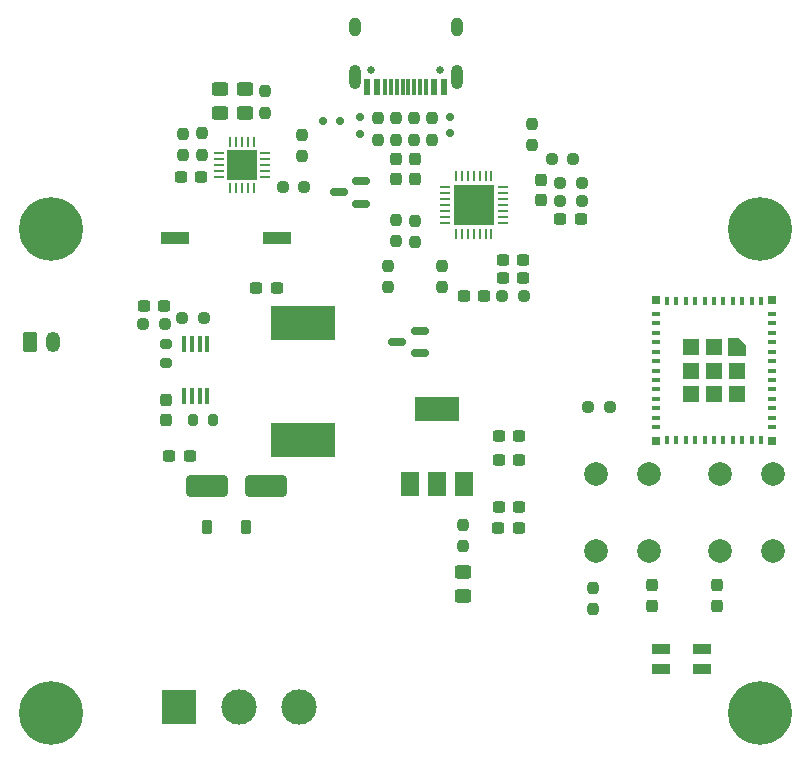
<source format=gbr>
%TF.GenerationSoftware,KiCad,Pcbnew,7.0.5*%
%TF.CreationDate,2023-06-06T12:25:19+02:00*%
%TF.ProjectId,biosensor,62696f73-656e-4736-9f72-2e6b69636164,rev?*%
%TF.SameCoordinates,Original*%
%TF.FileFunction,Soldermask,Top*%
%TF.FilePolarity,Negative*%
%FSLAX46Y46*%
G04 Gerber Fmt 4.6, Leading zero omitted, Abs format (unit mm)*
G04 Created by KiCad (PCBNEW 7.0.5) date 2023-06-06 12:25:19*
%MOMM*%
%LPD*%
G01*
G04 APERTURE LIST*
G04 Aperture macros list*
%AMRoundRect*
0 Rectangle with rounded corners*
0 $1 Rounding radius*
0 $2 $3 $4 $5 $6 $7 $8 $9 X,Y pos of 4 corners*
0 Add a 4 corners polygon primitive as box body*
4,1,4,$2,$3,$4,$5,$6,$7,$8,$9,$2,$3,0*
0 Add four circle primitives for the rounded corners*
1,1,$1+$1,$2,$3*
1,1,$1+$1,$4,$5*
1,1,$1+$1,$6,$7*
1,1,$1+$1,$8,$9*
0 Add four rect primitives between the rounded corners*
20,1,$1+$1,$2,$3,$4,$5,0*
20,1,$1+$1,$4,$5,$6,$7,0*
20,1,$1+$1,$6,$7,$8,$9,0*
20,1,$1+$1,$8,$9,$2,$3,0*%
%AMFreePoly0*
4,1,6,0.725000,-0.725000,-0.725000,-0.725000,-0.725000,0.125000,-0.125000,0.725000,0.725000,0.725000,0.725000,-0.725000,0.725000,-0.725000,$1*%
G04 Aperture macros list end*
%ADD10RoundRect,0.237500X0.300000X0.237500X-0.300000X0.237500X-0.300000X-0.237500X0.300000X-0.237500X0*%
%ADD11RoundRect,0.237500X0.237500X-0.250000X0.237500X0.250000X-0.237500X0.250000X-0.237500X-0.250000X0*%
%ADD12RoundRect,0.062500X0.062500X-0.337500X0.062500X0.337500X-0.062500X0.337500X-0.062500X-0.337500X0*%
%ADD13RoundRect,0.062500X0.337500X-0.062500X0.337500X0.062500X-0.337500X0.062500X-0.337500X-0.062500X0*%
%ADD14R,3.350000X3.350000*%
%ADD15RoundRect,0.237500X-0.237500X0.250000X-0.237500X-0.250000X0.237500X-0.250000X0.237500X0.250000X0*%
%ADD16R,1.600000X0.850000*%
%ADD17R,2.440000X1.120000*%
%ADD18RoundRect,0.250000X0.450000X-0.325000X0.450000X0.325000X-0.450000X0.325000X-0.450000X-0.325000X0*%
%ADD19RoundRect,0.237500X-0.237500X0.300000X-0.237500X-0.300000X0.237500X-0.300000X0.237500X0.300000X0*%
%ADD20R,0.400000X0.800000*%
%ADD21R,0.800000X0.400000*%
%ADD22FreePoly0,270.000000*%
%ADD23R,1.450000X1.450000*%
%ADD24R,0.700000X0.700000*%
%ADD25RoundRect,0.237500X0.237500X-0.300000X0.237500X0.300000X-0.237500X0.300000X-0.237500X-0.300000X0*%
%ADD26R,0.450000X1.450000*%
%ADD27RoundRect,0.237500X0.250000X0.237500X-0.250000X0.237500X-0.250000X-0.237500X0.250000X-0.237500X0*%
%ADD28RoundRect,0.150000X0.587500X0.150000X-0.587500X0.150000X-0.587500X-0.150000X0.587500X-0.150000X0*%
%ADD29RoundRect,0.237500X-0.250000X-0.237500X0.250000X-0.237500X0.250000X0.237500X-0.250000X0.237500X0*%
%ADD30C,0.800000*%
%ADD31C,5.400000*%
%ADD32R,5.400000X2.900000*%
%ADD33RoundRect,0.200000X0.200000X0.275000X-0.200000X0.275000X-0.200000X-0.275000X0.200000X-0.275000X0*%
%ADD34C,2.000000*%
%ADD35RoundRect,0.062500X0.350000X0.062500X-0.350000X0.062500X-0.350000X-0.062500X0.350000X-0.062500X0*%
%ADD36RoundRect,0.062500X0.062500X0.350000X-0.062500X0.350000X-0.062500X-0.350000X0.062500X-0.350000X0*%
%ADD37R,2.500000X2.500000*%
%ADD38RoundRect,0.225000X0.225000X0.375000X-0.225000X0.375000X-0.225000X-0.375000X0.225000X-0.375000X0*%
%ADD39RoundRect,0.250000X-0.350000X-0.625000X0.350000X-0.625000X0.350000X0.625000X-0.350000X0.625000X0*%
%ADD40O,1.200000X1.750000*%
%ADD41R,1.500000X2.000000*%
%ADD42R,3.800000X2.000000*%
%ADD43RoundRect,0.250000X-1.500000X-0.650000X1.500000X-0.650000X1.500000X0.650000X-1.500000X0.650000X0*%
%ADD44RoundRect,0.237500X-0.300000X-0.237500X0.300000X-0.237500X0.300000X0.237500X-0.300000X0.237500X0*%
%ADD45RoundRect,0.200000X0.275000X-0.200000X0.275000X0.200000X-0.275000X0.200000X-0.275000X-0.200000X0*%
%ADD46RoundRect,0.150000X-0.200000X0.150000X-0.200000X-0.150000X0.200000X-0.150000X0.200000X0.150000X0*%
%ADD47R,3.000000X3.000000*%
%ADD48C,3.000000*%
%ADD49C,0.650000*%
%ADD50R,0.600000X1.450000*%
%ADD51R,0.300000X1.450000*%
%ADD52O,1.000000X2.100000*%
%ADD53O,1.000000X1.600000*%
%ADD54RoundRect,0.150000X0.150000X0.200000X-0.150000X0.200000X-0.150000X-0.200000X0.150000X-0.200000X0*%
G04 APERTURE END LIST*
D10*
%TO.C,C8*%
X149600989Y-89620800D03*
X147875989Y-89620800D03*
%TD*%
D11*
%TO.C,R3*%
X130853050Y-80798500D03*
X130853050Y-78973500D03*
%TD*%
D12*
%TO.C,U4*%
X143896989Y-87382800D03*
X144396989Y-87382800D03*
X144896989Y-87382800D03*
X145396989Y-87382800D03*
X145896989Y-87382800D03*
X146396989Y-87382800D03*
X146896989Y-87382800D03*
D13*
X147846989Y-86432800D03*
X147846989Y-85932800D03*
X147846989Y-85432800D03*
X147846989Y-84932800D03*
X147846989Y-84432800D03*
X147846989Y-83932800D03*
X147846989Y-83432800D03*
D12*
X146896989Y-82482800D03*
X146396989Y-82482800D03*
X145896989Y-82482800D03*
X145396989Y-82482800D03*
X144896989Y-82482800D03*
X144396989Y-82482800D03*
X143896989Y-82482800D03*
D13*
X142946989Y-83432800D03*
X142946989Y-83932800D03*
X142946989Y-84432800D03*
X142946989Y-84932800D03*
X142946989Y-85432800D03*
X142946989Y-85932800D03*
X142946989Y-86432800D03*
D14*
X145396989Y-84932800D03*
%TD*%
D15*
%TO.C,R16*%
X138800000Y-86187500D03*
X138800000Y-88012500D03*
%TD*%
D16*
%TO.C,D7*%
X164750000Y-124250000D03*
X164750000Y-122500000D03*
X161250000Y-122500000D03*
X161250000Y-124250000D03*
%TD*%
D17*
%TO.C,SW1*%
X128712039Y-87751000D03*
X120102039Y-87751000D03*
%TD*%
D18*
%TO.C,D2*%
X123893450Y-77149900D03*
X123893450Y-75099900D03*
%TD*%
D11*
%TO.C,R8*%
X122359550Y-80687000D03*
X122359550Y-78862000D03*
%TD*%
D15*
%TO.C,R23*%
X155500000Y-117337500D03*
X155500000Y-119162500D03*
%TD*%
D19*
%TO.C,C6*%
X138848000Y-81047500D03*
X138848000Y-82772500D03*
%TD*%
D15*
%TO.C,R7*%
X138848000Y-77595800D03*
X138848000Y-79420800D03*
%TD*%
D20*
%TO.C,U3*%
X169740000Y-93060000D03*
X168940000Y-93060000D03*
X168140000Y-93060000D03*
X167340000Y-93060000D03*
X166540000Y-93060000D03*
X165740000Y-93060000D03*
X164940000Y-93060000D03*
X164140000Y-93060000D03*
X163340000Y-93060000D03*
X162540000Y-93060000D03*
X161740000Y-93060000D03*
D21*
X160840000Y-94160000D03*
X160840000Y-94960000D03*
X160840000Y-95760000D03*
X160840000Y-96560000D03*
X160840000Y-97360000D03*
X160840000Y-98160000D03*
X160840000Y-98960000D03*
X160840000Y-99760000D03*
X160840000Y-100560000D03*
X160840000Y-101360000D03*
X160840000Y-102160000D03*
X160840000Y-102960000D03*
X160840000Y-103760000D03*
D20*
X161740000Y-104860000D03*
X162540000Y-104860000D03*
X163340000Y-104860000D03*
X164140000Y-104860000D03*
X164940000Y-104860000D03*
X165740000Y-104860000D03*
X166540000Y-104860000D03*
X167340000Y-104860000D03*
X168140000Y-104860000D03*
X168940000Y-104860000D03*
X169740000Y-104860000D03*
D21*
X170640000Y-103760000D03*
X170640000Y-102960000D03*
X170640000Y-102160000D03*
X170640000Y-101360000D03*
X170640000Y-100560000D03*
X170640000Y-99760000D03*
X170640000Y-98960000D03*
X170640000Y-98160000D03*
X170640000Y-97360000D03*
X170640000Y-96560000D03*
X170640000Y-95760000D03*
X170640000Y-94960000D03*
X170640000Y-94160000D03*
D22*
X167715000Y-96985000D03*
D23*
X165740000Y-96985000D03*
X163765000Y-96985000D03*
X167715000Y-98960000D03*
X165740000Y-98960000D03*
X163765000Y-98960000D03*
X167715000Y-100935000D03*
X165740000Y-100935000D03*
X163765000Y-100935000D03*
D24*
X170690000Y-104910000D03*
X160790000Y-104910000D03*
X160790000Y-93010000D03*
X170690000Y-93010000D03*
%TD*%
D15*
%TO.C,R9*%
X140372000Y-77593900D03*
X140372000Y-79418900D03*
%TD*%
D25*
%TO.C,C12*%
X151124989Y-84525300D03*
X151124989Y-82800300D03*
%TD*%
D15*
%TO.C,TH1*%
X127700000Y-75287500D03*
X127700000Y-77112500D03*
%TD*%
D26*
%TO.C,U1*%
X122836539Y-96670500D03*
X122186539Y-96670500D03*
X121536539Y-96670500D03*
X120886539Y-96670500D03*
X120886539Y-101070500D03*
X121536539Y-101070500D03*
X122186539Y-101070500D03*
X122836539Y-101070500D03*
%TD*%
D15*
%TO.C,R10*%
X141896000Y-77593900D03*
X141896000Y-79418900D03*
%TD*%
%TO.C,R17*%
X142712989Y-90062300D03*
X142712989Y-91887300D03*
%TD*%
D27*
%TO.C,R14*%
X153815489Y-81019300D03*
X151990489Y-81019300D03*
%TD*%
D28*
%TO.C,Q2*%
X135850489Y-84824800D03*
X135850489Y-82924800D03*
X133975489Y-83874800D03*
%TD*%
D29*
%TO.C,R12*%
X120695039Y-94466500D03*
X122520039Y-94466500D03*
%TD*%
D30*
%TO.C,H2*%
X167598011Y-86944000D03*
X168191120Y-85512109D03*
X168191120Y-88375891D03*
X169623011Y-84919000D03*
D31*
X169623011Y-86944000D03*
D30*
X169623011Y-88969000D03*
X171054902Y-85512109D03*
X171054902Y-88375891D03*
X171648011Y-86944000D03*
%TD*%
D32*
%TO.C,L1*%
X130902039Y-94901000D03*
X130902039Y-104801000D03*
%TD*%
D29*
%TO.C,R13*%
X147825989Y-92668800D03*
X149650989Y-92668800D03*
%TD*%
D33*
%TO.C,R2*%
X123308339Y-103153300D03*
X121658339Y-103153300D03*
%TD*%
D27*
%TO.C,R22*%
X156912500Y-102000000D03*
X155087500Y-102000000D03*
%TD*%
D34*
%TO.C,SW3*%
X170750000Y-107750000D03*
X170750000Y-114250000D03*
X166250000Y-107750000D03*
X166250000Y-114250000D03*
%TD*%
D35*
%TO.C,U2*%
X127710550Y-82560500D03*
X127710550Y-82060500D03*
X127710550Y-81560500D03*
X127710550Y-81060500D03*
X127710550Y-80560500D03*
D36*
X126773050Y-79623000D03*
X126273050Y-79623000D03*
X125773050Y-79623000D03*
X125273050Y-79623000D03*
X124773050Y-79623000D03*
D35*
X123835550Y-80560500D03*
X123835550Y-81060500D03*
X123835550Y-81560500D03*
X123835550Y-82060500D03*
X123835550Y-82560500D03*
D36*
X124773050Y-83498000D03*
X125273050Y-83498000D03*
X125773050Y-83498000D03*
X126273050Y-83498000D03*
X126773050Y-83498000D03*
D37*
X125773050Y-81560500D03*
%TD*%
D10*
%TO.C,C2*%
X121350539Y-106161000D03*
X119625539Y-106161000D03*
%TD*%
D38*
%TO.C,D8*%
X126100000Y-112200000D03*
X122800000Y-112200000D03*
%TD*%
D27*
%TO.C,R18*%
X154524789Y-83053200D03*
X152699789Y-83053200D03*
%TD*%
D28*
%TO.C,Q1*%
X140812989Y-97474800D03*
X140812989Y-95574800D03*
X138937989Y-96524800D03*
%TD*%
D39*
%TO.C,J1*%
X107800000Y-96550000D03*
D40*
X109800000Y-96550000D03*
%TD*%
D41*
%TO.C,U5*%
X140000000Y-108550000D03*
X142300000Y-108550000D03*
D42*
X142300000Y-102250000D03*
D41*
X144600000Y-108550000D03*
%TD*%
D25*
%TO.C,C17*%
X160500000Y-118862500D03*
X160500000Y-117137500D03*
%TD*%
D15*
%TO.C,R21*%
X138112989Y-90074800D03*
X138112989Y-91899800D03*
%TD*%
D25*
%TO.C,C18*%
X166000000Y-118862500D03*
X166000000Y-117137500D03*
%TD*%
D43*
%TO.C,D1*%
X122814039Y-108741000D03*
X127814039Y-108741000D03*
%TD*%
D44*
%TO.C,C14*%
X147487500Y-112250000D03*
X149212500Y-112250000D03*
%TD*%
D15*
%TO.C,R24*%
X144500000Y-112000000D03*
X144500000Y-113825000D03*
%TD*%
D25*
%TO.C,C3*%
X119321539Y-103163000D03*
X119321539Y-101438000D03*
%TD*%
D44*
%TO.C,C5*%
X117443039Y-93450500D03*
X119168039Y-93450500D03*
%TD*%
D30*
%TO.C,H1*%
X107598011Y-86944000D03*
X108191120Y-85512109D03*
X108191120Y-88375891D03*
X109623011Y-84919000D03*
D31*
X109623011Y-86944000D03*
D30*
X109623011Y-88969000D03*
X111054902Y-85512109D03*
X111054902Y-88375891D03*
X111648011Y-86944000D03*
%TD*%
D45*
%TO.C,R4*%
X119321539Y-98339500D03*
X119321539Y-96689500D03*
%TD*%
D44*
%TO.C,C10*%
X152732989Y-86156800D03*
X154457989Y-86156800D03*
%TD*%
D18*
%TO.C,D3*%
X126000000Y-77150000D03*
X126000000Y-75100000D03*
%TD*%
D46*
%TO.C,D6*%
X143420000Y-78850800D03*
X143420000Y-77450800D03*
%TD*%
%TO.C,D5*%
X135800000Y-78900000D03*
X135800000Y-77500000D03*
%TD*%
D30*
%TO.C,H4*%
X107598011Y-127944000D03*
X108191120Y-126512109D03*
X108191120Y-129375891D03*
X109623011Y-125919000D03*
D31*
X109623011Y-127944000D03*
D30*
X109623011Y-129969000D03*
X111054902Y-126512109D03*
X111054902Y-129375891D03*
X111648011Y-127944000D03*
%TD*%
D29*
%TO.C,R20*%
X152701689Y-84577200D03*
X154526689Y-84577200D03*
%TD*%
D44*
%TO.C,C13*%
X147500000Y-110500000D03*
X149225000Y-110500000D03*
%TD*%
D10*
%TO.C,C9*%
X149600989Y-91144800D03*
X147875989Y-91144800D03*
%TD*%
D47*
%TO.C,J2*%
X120463011Y-127444000D03*
D48*
X125543011Y-127444000D03*
X130623011Y-127444000D03*
%TD*%
D30*
%TO.C,H3*%
X167598011Y-127944000D03*
X168191120Y-126512109D03*
X168191120Y-129375891D03*
X169623011Y-125919000D03*
D31*
X169623011Y-127944000D03*
D30*
X169623011Y-129969000D03*
X171054902Y-126512109D03*
X171054902Y-129375891D03*
X171648011Y-127944000D03*
%TD*%
D27*
%TO.C,R11*%
X119218039Y-94974500D03*
X117393039Y-94974500D03*
%TD*%
D44*
%TO.C,C15*%
X147500000Y-104500000D03*
X149225000Y-104500000D03*
%TD*%
D15*
%TO.C,R6*%
X137324000Y-77593900D03*
X137324000Y-79418900D03*
%TD*%
D11*
%TO.C,R19*%
X150312989Y-79899800D03*
X150312989Y-78074800D03*
%TD*%
D29*
%TO.C,R1*%
X129229350Y-83438200D03*
X131054350Y-83438200D03*
%TD*%
D15*
%TO.C,R15*%
X140400000Y-86287500D03*
X140400000Y-88112500D03*
%TD*%
D10*
%TO.C,C1*%
X128716539Y-91977000D03*
X126991539Y-91977000D03*
%TD*%
D44*
%TO.C,C16*%
X147500000Y-106500000D03*
X149225000Y-106500000D03*
%TD*%
D10*
%TO.C,C4*%
X122317550Y-82576500D03*
X120592550Y-82576500D03*
%TD*%
D11*
%TO.C,R5*%
X120800000Y-80712500D03*
X120800000Y-78887500D03*
%TD*%
D18*
%TO.C,D9*%
X144500000Y-118025000D03*
X144500000Y-115975000D03*
%TD*%
D10*
%TO.C,C11*%
X146298989Y-92668800D03*
X144573989Y-92668800D03*
%TD*%
D19*
%TO.C,C7*%
X140400000Y-81037500D03*
X140400000Y-82762500D03*
%TD*%
D49*
%TO.C,P1*%
X142513011Y-73544000D03*
X136733011Y-73544000D03*
D50*
X142873011Y-74989000D03*
X142073011Y-74989000D03*
D51*
X140873011Y-74989000D03*
X139873011Y-74989000D03*
X139373011Y-74989000D03*
X138373011Y-74989000D03*
D50*
X137173011Y-74989000D03*
X136373011Y-74989000D03*
X136373011Y-74989000D03*
X137173011Y-74989000D03*
D51*
X137873011Y-74989000D03*
X138873011Y-74989000D03*
X140373011Y-74989000D03*
X141373011Y-74989000D03*
D50*
X142073011Y-74989000D03*
X142873011Y-74989000D03*
D52*
X143943011Y-74074000D03*
D53*
X143943011Y-69894000D03*
D52*
X135303011Y-74074000D03*
D53*
X135303011Y-69894000D03*
%TD*%
D34*
%TO.C,SW2*%
X160250000Y-107750000D03*
X160250000Y-114250000D03*
X155750000Y-107750000D03*
X155750000Y-114250000D03*
%TD*%
D54*
%TO.C,D4*%
X132670000Y-77860500D03*
X134070000Y-77860500D03*
%TD*%
M02*

</source>
